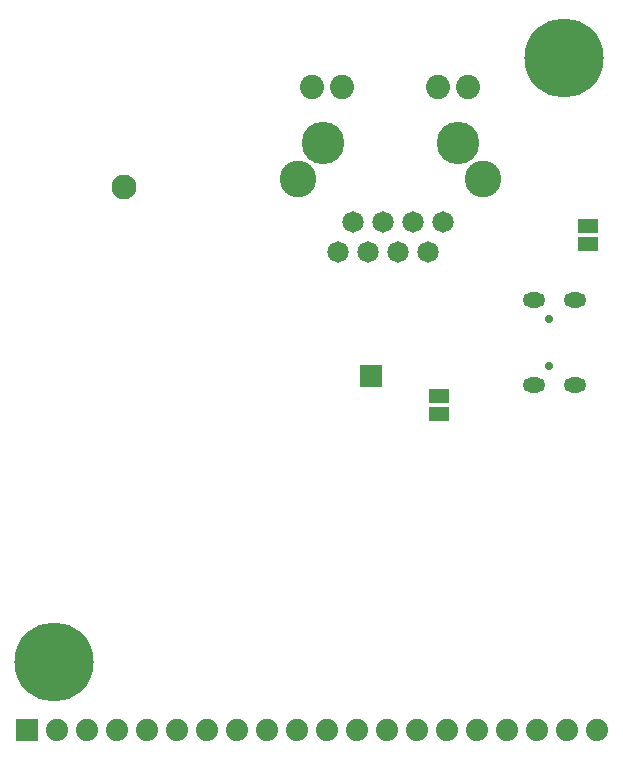
<source format=gbr>
G04 #@! TF.GenerationSoftware,KiCad,Pcbnew,5.1.0-rc2-unknown-036be7d~80~ubuntu16.04.1*
G04 #@! TF.CreationDate,2019-12-17T11:34:35+02:00*
G04 #@! TF.ProjectId,ESP32-GATEWAY_Rev_G,45535033-322d-4474-9154-455741595f52,G*
G04 #@! TF.SameCoordinates,Original*
G04 #@! TF.FileFunction,Soldermask,Bot*
G04 #@! TF.FilePolarity,Negative*
%FSLAX46Y46*%
G04 Gerber Fmt 4.6, Leading zero omitted, Abs format (unit mm)*
G04 Created by KiCad (PCBNEW 5.1.0-rc2-unknown-036be7d~80~ubuntu16.04.1) date 2019-12-17 11:34:35*
%MOMM*%
%LPD*%
G04 APERTURE LIST*
%ADD10C,2.101600*%
%ADD11R,1.701800X1.270000*%
%ADD12C,3.600000*%
%ADD13C,2.050000*%
%ADD14C,3.100000*%
%ADD15C,1.810000*%
%ADD16C,1.879600*%
%ADD17R,1.879600X1.879600*%
%ADD18C,0.701600*%
%ADD19O,1.901600X1.301600*%
%ADD20R,1.822400X1.822400*%
%ADD21C,1.600000*%
%ADD22C,6.700000*%
G04 APERTURE END LIST*
D10*
X79010000Y-82083000D03*
D11*
X118364000Y-85344000D03*
X118364000Y-86868000D03*
X118364000Y-86868000D03*
D12*
X95885000Y-78359000D03*
X107315000Y-78359000D03*
D13*
X105670000Y-73610500D03*
X94990000Y-73610500D03*
D14*
X93800000Y-81409000D03*
X109400000Y-81409000D03*
D13*
X108210000Y-73610500D03*
X97530000Y-73610500D03*
D15*
X97165000Y-87599000D03*
X98435000Y-85059000D03*
X99705000Y-87599000D03*
X100975000Y-85059000D03*
X102245000Y-87599000D03*
X103515000Y-85059000D03*
X104785000Y-87599000D03*
X106055000Y-85059000D03*
D16*
X78486000Y-128016000D03*
X75946000Y-128016000D03*
X73406000Y-128016000D03*
D17*
X70866000Y-128016000D03*
D16*
X81026000Y-128016000D03*
X83566000Y-128016000D03*
X88646000Y-128016000D03*
X86106000Y-128016000D03*
X91186000Y-128016000D03*
X93726000Y-128016000D03*
X98806000Y-128016000D03*
X96266000Y-128016000D03*
X101346000Y-128016000D03*
X103886000Y-128016000D03*
X108966000Y-128016000D03*
X106426000Y-128016000D03*
X116586000Y-128016000D03*
X119126000Y-128016000D03*
X114046000Y-128016000D03*
X111506000Y-128016000D03*
D18*
X115067000Y-97250000D03*
X115067000Y-93250000D03*
D19*
X117217000Y-98850000D03*
X113747000Y-98850000D03*
X113747000Y-91650000D03*
X117217000Y-91650000D03*
D11*
X105727500Y-99758500D03*
X105727500Y-101282500D03*
X105727500Y-101282500D03*
D20*
X99949000Y-98044000D03*
D21*
X70739000Y-122301000D03*
X75565000Y-122301000D03*
X74803000Y-123952000D03*
X71501000Y-124079000D03*
X74803000Y-120650000D03*
X71501000Y-120650000D03*
X73152000Y-124714000D03*
X73152000Y-119888000D03*
D22*
X73152000Y-122301000D03*
D21*
X113919000Y-71120000D03*
X118745000Y-71120000D03*
X117983000Y-72771000D03*
X114681000Y-72898000D03*
X117983000Y-69469000D03*
X114681000Y-69469000D03*
X116332000Y-73533000D03*
X116332000Y-68707000D03*
D22*
X116332000Y-71120000D03*
M02*

</source>
